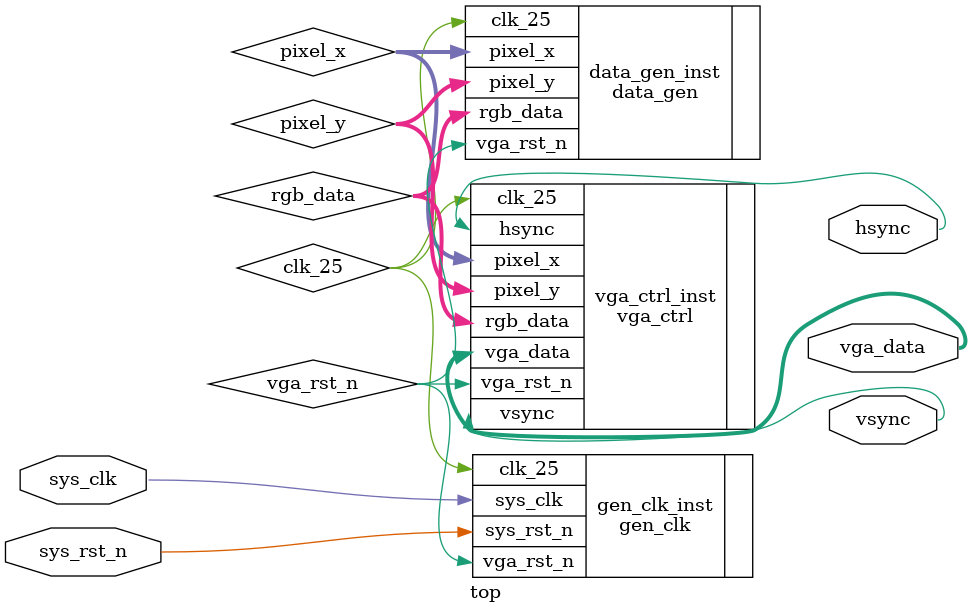
<source format=v>
module top(
    input  wire         sys_clk     ,
    input  wire         sys_rst_n   ,

    output wire [15: 0] vga_data    ,
    output wire         hsync       ,
    output wire         vsync

);
wire                clk_25      ;
wire                vga_rst_n   ;
wire    [9: 0]      pixel_x     ;
wire    [9: 0]      pixel_y     ;
wire    [15: 0]     rgb_data    ;
vga_ctrl    vga_ctrl_inst(
.clk_25      (clk_25),
.vga_rst_n   (vga_rst_n),
.rgb_data    (rgb_data),

.hsync       (hsync),
.vsync       (vsync),
.pixel_x     (pixel_x),
.pixel_y     (pixel_y),
.vga_data    (vga_data)
);

gen_clk gen_clk_inst(
.sys_clk    (sys_clk),
.sys_rst_n  (sys_rst_n),

.clk_25     (clk_25),
.vga_rst_n  (vga_rst_n)
);

data_gen    data_gen_inst(
.clk_25     (clk_25),
.vga_rst_n  (vga_rst_n),
.pixel_x    (pixel_x),
.pixel_y    (pixel_y),

.rgb_data   (rgb_data)
);
endmodule 
</source>
